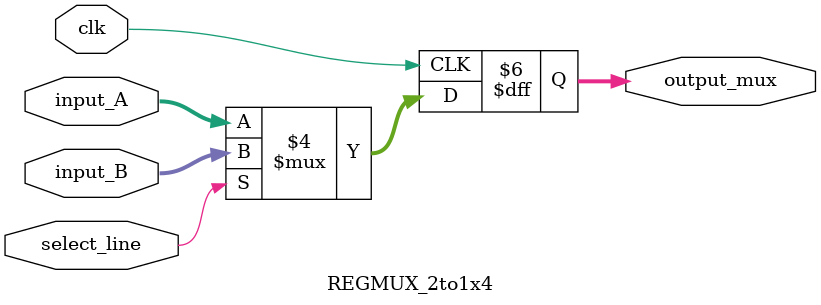
<source format=v>
module REGMUX_2to1x4 (clk, select_line, input_A, input_B, output_mux);

input select_line;
input [3:0] input_A, input_B;	
input clk;
output [3:0] output_mux;

reg [3:0] output_mux;

always @(negedge clk)
begin
	if(select_line == 1'b0)
		output_mux = input_A;
	else
		output_mux = input_B;
end

endmodule

</source>
